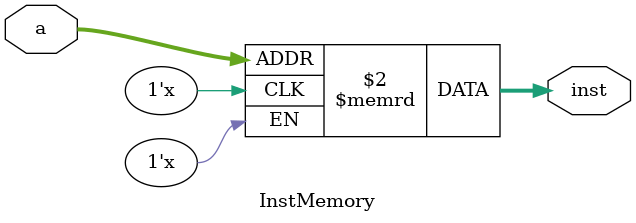
<source format=v>
module InstMemory(a, inst);
    input [31:0] a;
    output reg [31:0] inst;
    (* ram_file = "" *) reg [31:0] im [31:0];
    always @(a)begin
        inst = im[a];
    end
endmodule
</source>
